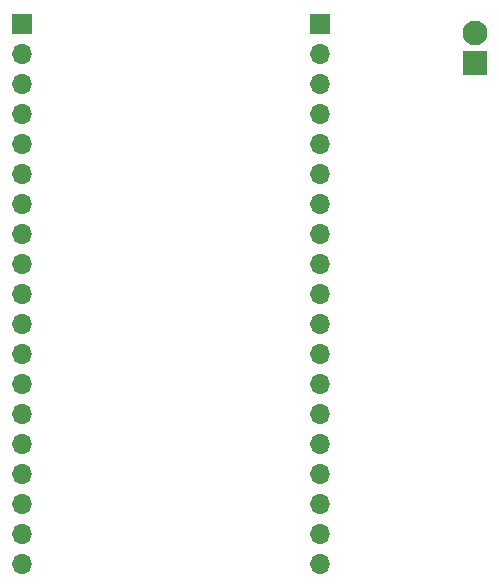
<source format=gbs>
G04 #@! TF.GenerationSoftware,KiCad,Pcbnew,(6.0.8-1)-1*
G04 #@! TF.CreationDate,2023-08-07T08:14:13+01:00*
G04 #@! TF.ProjectId,LED LAMP,4c454420-4c41-44d5-902e-6b696361645f,rev?*
G04 #@! TF.SameCoordinates,Original*
G04 #@! TF.FileFunction,Soldermask,Bot*
G04 #@! TF.FilePolarity,Negative*
%FSLAX46Y46*%
G04 Gerber Fmt 4.6, Leading zero omitted, Abs format (unit mm)*
G04 Created by KiCad (PCBNEW (6.0.8-1)-1) date 2023-08-07 08:14:13*
%MOMM*%
%LPD*%
G01*
G04 APERTURE LIST*
%ADD10R,1.700000X1.700000*%
%ADD11O,1.700000X1.700000*%
%ADD12R,2.100000X2.100000*%
%ADD13C,2.100000*%
G04 APERTURE END LIST*
D10*
X226942200Y-28949200D03*
D11*
X226942200Y-31489200D03*
X226942200Y-34029200D03*
X226942200Y-36569200D03*
X226942200Y-39109200D03*
X226942200Y-41649200D03*
X226942200Y-44189200D03*
X226942200Y-46729200D03*
X226942200Y-49269200D03*
X226942200Y-51809200D03*
X226942200Y-54349200D03*
X226942200Y-56889200D03*
X226942200Y-59429200D03*
X226942200Y-61969200D03*
X226942200Y-64509200D03*
X226942200Y-67049200D03*
X226942200Y-69589200D03*
X226942200Y-72129200D03*
X226942200Y-74669200D03*
D12*
X240030000Y-32258000D03*
D13*
X240030000Y-29718000D03*
D10*
X201676000Y-28956000D03*
D11*
X201676000Y-31496000D03*
X201676000Y-34036000D03*
X201676000Y-36576000D03*
X201676000Y-39116000D03*
X201676000Y-41656000D03*
X201676000Y-44196000D03*
X201676000Y-46736000D03*
X201676000Y-49276000D03*
X201676000Y-51816000D03*
X201676000Y-54356000D03*
X201676000Y-56896000D03*
X201676000Y-59436000D03*
X201676000Y-61976000D03*
X201676000Y-64516000D03*
X201676000Y-67056000D03*
X201676000Y-69596000D03*
X201676000Y-72136000D03*
X201676000Y-74676000D03*
M02*

</source>
